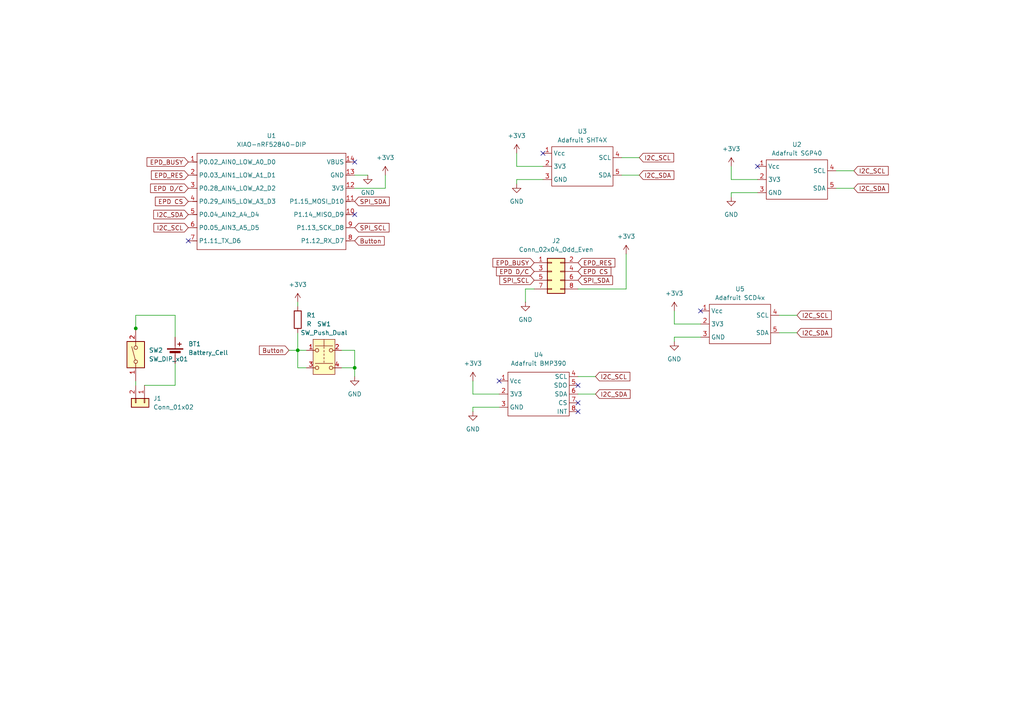
<source format=kicad_sch>
(kicad_sch (version 20231120) (generator "eeschema") (generator_version "8.0")
  (paper "A4")
  (lib_symbols
    (symbol "Adafruit_sht4x_1"
      (property "Reference" "U" (at 0 8.382 0))
      (property "Value" "Adafruit SHT4X" (at -0.254 6.604 0))
      (symbol "Adafruit_sht4x_1_1_1"
        (rectangle (start -8.89 5.715) (end 8.89 -5.715))
        (pin input line (at -11.43 3.81 0) (length 2.54) (name "Vcc") (number "1"))
        (pin bidirectional line (at -11.43 0 0) (length 2.54) (name "3V3") (number "2"))
        (pin input line (at -11.43 -3.81 0) (length 2.54) (name "GND") (number "3"))
        (pin input line (at 11.43 2.54 180) (length 2.54) (name "SCL") (number "4"))
        (pin input line (at 11.43 -2.54 180) (length 2.54) (name "SDA") (number "5"))
      )
    )
    (symbol "Connector_Generic:Conn_01x02" (pin_names (offset 1.016) hide)
      (property "Reference" "J" (at 0 2.54 0))
      (property "Value" "Conn_01x02" (at 0 -5.08 0))
      (symbol "Conn_01x02_1_1"
        (rectangle (start -1.27 -2.413) (end 0 -2.667) (stroke (width 0.1524)))
        (rectangle (start -1.27 0.127) (end 0 -0.127) (stroke (width 0.1524)))
        (rectangle (start -1.27 1.27) (end 1.27 -3.81) (stroke (width 0.254)) (fill (type background)))
        (pin passive line (at -5.08 0 0) (length 3.81) (name "Pin_1") (number "1"))
        (pin passive line (at -5.08 -2.54 0) (length 3.81) (name "Pin_2") (number "2"))
      )
    )
    (symbol "Connector_Generic:Conn_02x04_Odd_Even" (pin_names (offset 1.016) hide)
      (property "Reference" "J" (at 1.27 5.08 0))
      (property "Value" "Conn_02x04_Odd_Even" (at 1.27 -7.62 0))
      (symbol "Conn_02x04_Odd_Even_1_1"
        (rectangle (start -1.27 -4.953) (end 0 -5.207) (stroke (width 0.1524)))
        (rectangle (start -1.27 -2.413) (end 0 -2.667) (stroke (width 0.1524)))
        (rectangle (start -1.27 0.127) (end 0 -0.127) (stroke (width 0.1524)))
        (rectangle (start -1.27 2.667) (end 0 2.413) (stroke (width 0.1524)))
        (rectangle (start -1.27 3.81) (end 3.81 -6.35) (stroke (width 0.254)) (fill (type background)))
        (rectangle (start 3.81 -4.953) (end 2.54 -5.207) (stroke (width 0.1524)))
        (rectangle (start 3.81 -2.413) (end 2.54 -2.667) (stroke (width 0.1524)))
        (rectangle (start 3.81 0.127) (end 2.54 -0.127) (stroke (width 0.1524)))
        (rectangle (start 3.81 2.667) (end 2.54 2.413) (stroke (width 0.1524)))
        (pin passive line (at -5.08 2.54 0) (length 3.81) (name "Pin_1") (number "1"))
        (pin passive line (at 7.62 2.54 180) (length 3.81) (name "Pin_2") (number "2"))
        (pin passive line (at -5.08 0 0) (length 3.81) (name "Pin_3") (number "3"))
        (pin passive line (at 7.62 0 180) (length 3.81) (name "Pin_4") (number "4"))
        (pin passive line (at -5.08 -2.54 0) (length 3.81) (name "Pin_5") (number "5"))
        (pin passive line (at 7.62 -2.54 180) (length 3.81) (name "Pin_6") (number "6"))
        (pin passive line (at -5.08 -5.08 0) (length 3.81) (name "Pin_7") (number "7"))
        (pin passive line (at 7.62 -5.08 180) (length 3.81) (name "Pin_8") (number "8"))
      )
    )
    (symbol "Device:Battery_Cell" (pin_numbers hide) (pin_names (offset 0) hide)
      (property "Reference" "BT" (at 2.54 2.54 0))
      (property "Value" "Battery_Cell" (at 2.54 0 0))
      (symbol "Battery_Cell_0_1"
        (rectangle (start -2.286 1.778) (end 2.286 1.524) (fill (type outline)))
        (rectangle (start -1.524 1.016) (end 1.524 0.508) (fill (type outline)))
        (polyline (pts (xy 0 0.762) (xy 0 0)))
        (polyline (pts (xy 0 1.778) (xy 0 2.54)))
        (polyline (pts (xy 0.762 3.048) (xy 1.778 3.048)) (stroke (width 0.254)))
        (polyline (pts (xy 1.27 3.556) (xy 1.27 2.54)) (stroke (width 0.254)))
      )
      (symbol "Battery_Cell_1_1"
        (pin passive line (at 0 5.08 270) (length 2.54) (name "+") (number "1"))
        (pin passive line (at 0 -2.54 90) (length 2.54) (name "-") (number "2"))
      )
    )
    (symbol "Device:R" (pin_numbers hide) (pin_names (offset 0))
      (property "Reference" "R" (at 2.032 0 90))
      (property "Value" "R" (at 0 0 90))
      (symbol "R_0_1"
        (rectangle (start -1.016 -2.54) (end 1.016 2.54) (stroke (width 0.254)))
      )
      (symbol "R_1_1"
        (pin passive line (at 0 3.81 270) (length 1.27) (name "~") (number "1"))
        (pin passive line (at 0 -3.81 90) (length 1.27) (name "~") (number "2"))
      )
    )
    (symbol "Seeed_Studio_XIAO_Series:XIAO-nRF52840-DIP"
      (property "Reference" "U" (at -3.048 1.778 0))
      (property "Value" "XIAO-nRF52840-DIP" (at 3.048 -0.254 0))
      (symbol "XIAO-nRF52840-DIP_1_0"
        (polyline (pts (xy -3.81 -29.21) (xy -3.81 -15.24)) (stroke (width 0.1524)))
        (polyline (pts (xy -3.81 -26.67) (xy -5.08 -26.67)) (stroke (width 0.1524)))
        (polyline (pts (xy -3.81 -22.86) (xy -5.08 -22.86)) (stroke (width 0.1524)))
        (polyline (pts (xy -3.81 -19.05) (xy -5.08 -19.05)) (stroke (width 0.1524)))
        (polyline (pts (xy -3.81 -15.24) (xy -5.08 -15.24)) (stroke (width 0.1524)))
        (polyline (pts (xy -3.81 -15.24) (xy -3.81 -11.43)) (stroke (width 0.1524)))
        (polyline (pts (xy -3.81 -11.43) (xy -5.08 -11.43)) (stroke (width 0.1524)))
        (polyline (pts (xy -3.81 -11.43) (xy -3.81 -7.62)) (stroke (width 0.1524)))
        (polyline (pts (xy -3.81 -7.62) (xy -5.08 -7.62)) (stroke (width 0.1524)))
        (polyline (pts (xy -3.81 -7.62) (xy -3.81 -3.81)) (stroke (width 0.1524)))
        (polyline (pts (xy -3.81 -3.81) (xy -5.08 -3.81)) (stroke (width 0.1524)))
        (polyline (pts (xy -3.81 -3.81) (xy -3.81 -1.27)) (stroke (width 0.1524)))
        (polyline (pts (xy -3.81 -1.27) (xy 39.37 -1.27)) (stroke (width 0.1524)))
        (polyline (pts (xy 39.37 -29.21) (xy -3.81 -29.21)) (stroke (width 0.1524)))
        (polyline (pts (xy 39.37 -11.43) (xy 39.37 -29.21)) (stroke (width 0.1524)))
        (polyline (pts (xy 39.37 -7.62) (xy 39.37 -11.43)) (stroke (width 0.1524)))
        (polyline (pts (xy 39.37 -3.81) (xy 39.37 -7.62)) (stroke (width 0.1524)))
        (polyline (pts (xy 39.37 -1.27) (xy 39.37 -3.81)) (stroke (width 0.1524)))
        (polyline (pts (xy 40.64 -26.67) (xy 39.37 -26.67)) (stroke (width 0.1524)))
        (polyline (pts (xy 40.64 -22.86) (xy 39.37 -22.86)) (stroke (width 0.1524)))
        (polyline (pts (xy 40.64 -19.05) (xy 39.37 -19.05)) (stroke (width 0.1524)))
        (polyline (pts (xy 40.64 -15.24) (xy 39.37 -15.24)) (stroke (width 0.1524)))
        (polyline (pts (xy 40.64 -11.43) (xy 39.37 -11.43)) (stroke (width 0.1524)))
        (polyline (pts (xy 40.64 -7.62) (xy 39.37 -7.62)) (stroke (width 0.1524)))
        (polyline (pts (xy 40.64 -3.81) (xy 39.37 -3.81)) (stroke (width 0.1524)))
        (pin passive line (at -6.35 -3.81 0) (length 2.54) (name "P0.02_AIN0_LOW_A0_D0") (number "1"))
        (pin passive line (at 41.91 -19.05 180) (length 2.54) (name "P1.14_MISO_D9") (number "10"))
        (pin passive line (at 41.91 -15.24 180) (length 2.54) (name "P1.15_MOSI_D10") (number "11"))
        (pin passive line (at 41.91 -11.43 180) (length 2.54) (name "3V3") (number "12"))
        (pin passive line (at 41.91 -7.62 180) (length 2.54) (name "GND") (number "13"))
        (pin passive line (at 41.91 -3.81 180) (length 2.54) (name "VBUS") (number "14"))
        (pin passive line (at -6.35 -7.62 0) (length 2.54) (name "P0.03_AIN1_LOW_A1_D1") (number "2"))
        (pin passive line (at -6.35 -11.43 0) (length 2.54) (name "P0.28_AIN4_LOW_A2_D2") (number "3"))
        (pin passive line (at -6.35 -15.24 0) (length 2.54) (name "P0.29_AIN5_LOW_A3_D3") (number "4"))
        (pin passive line (at -6.35 -19.05 0) (length 2.54) (name "P0.04_AIN2_A4_D4") (number "5"))
        (pin passive line (at -6.35 -22.86 0) (length 2.54) (name "P0.05_AIN3_A5_D5") (number "6"))
        (pin passive line (at -6.35 -26.67 0) (length 2.54) (name "P1.11_TX_D6") (number "7"))
        (pin passive line (at 41.91 -26.67 180) (length 2.54) (name "P1.12_RX_D7") (number "8"))
        (pin passive line (at 41.91 -22.86 180) (length 2.54) (name "P1.13_SCK_D8") (number "9"))
      )
    )
    (symbol "Switch:SW_DIP_x01" (pin_names (offset 0) hide)
      (property "Reference" "SW" (at 0 3.81 0))
      (property "Value" "SW_DIP_x01" (at 0 -3.81 0))
      (symbol "SW_DIP_x01_0_0"
        (circle (center -2.032 0) (radius 0.508))
        (polyline (pts (xy -1.524 0.127) (xy 2.3622 1.1684)))
        (circle (center 2.032 0) (radius 0.508))
      )
      (symbol "SW_DIP_x01_0_1"
        (rectangle (start -3.81 2.54) (end 3.81 -2.54) (stroke (width 0.254)) (fill (type background)))
      )
      (symbol "SW_DIP_x01_1_1"
        (pin passive line (at -7.62 0 0) (length 5.08) (name "~") (number "1"))
        (pin passive line (at 7.62 0 180) (length 5.08) (name "~") (number "2"))
      )
    )
    (symbol "Switch:SW_Push_Dual" (pin_names (offset 1.016) hide)
      (property "Reference" "SW" (at 0 7.62 0))
      (property "Value" "SW_Push_Dual" (at 0 -6.35 0))
      (symbol "SW_Push_Dual_0_1"
        (circle (center -2.032 -2.54) (radius 0.508))
        (circle (center -2.032 2.54) (radius 0.508))
        (polyline (pts (xy 0 -0.508) (xy 0 -1.016)))
        (polyline (pts (xy 0 0.508) (xy 0 0)))
        (polyline (pts (xy 0 1.016) (xy 0 1.524)))
        (polyline (pts (xy 0 2.032) (xy 0 2.54)))
        (polyline (pts (xy 0 3.048) (xy 0 3.556)))
        (polyline (pts (xy 0 3.81) (xy 0 5.588)))
        (polyline (pts (xy 2.54 -1.27) (xy -2.54 -1.27)))
        (polyline (pts (xy 2.54 3.81) (xy -2.54 3.81)))
        (circle (center 2.032 -2.54) (radius 0.508))
        (circle (center 2.032 2.54) (radius 0.508))
        (pin passive line (at -5.08 2.54 0) (length 2.54) (name "1") (number "1"))
        (pin passive line (at 5.08 2.54 180) (length 2.54) (name "2") (number "2"))
        (pin passive line (at -5.08 -2.54 0) (length 2.54) (name "3") (number "3"))
        (pin passive line (at 5.08 -2.54 180) (length 2.54) (name "4") (number "4"))
      )
      (symbol "SW_Push_Dual_1_1"
        (rectangle (start -3.175 5.715) (end 3.175 -4.445) (fill (type background)))
      )
    )
    (symbol "adafruit_bmp390:Adafruit_bmp390"
      (property "Reference" "U" (at 0 8.89 0))
      (property "Value" "Adafruit BMP390" (at 0 7.366 0))
      (symbol "Adafruit_bmp390_1_1"
        (rectangle (start -8.89 6.35) (end 8.89 -6.35))
        (pin input line (at -11.43 3.81 0) (length 2.54) (name "Vcc") (number "1"))
        (pin bidirectional line (at -11.43 0 0) (length 2.54) (name "3V3") (number "2"))
        (pin input line (at -11.43 -3.81 0) (length 2.54) (name "GND") (number "3"))
        (pin input line (at 11.43 5.08 180) (length 2.54) (name "SCL") (number "4"))
        (pin input line (at 11.43 2.54 180) (length 2.54) (name "SDO") (number "5"))
        (pin input line (at 11.43 0 180) (length 2.54) (name "SDA") (number "6"))
        (pin input line (at 11.43 -2.54 180) (length 2.54) (name "CS") (number "7"))
        (pin input line (at 11.43 -5.08 180) (length 2.54) (name "INT") (number "8"))
      )
    )
    (symbol "adafruit_scd4x:Adafruit_scd4x"
      (property "Reference" "U" (at 0 8.128 0))
      (property "Value" "Adafruit SCD4x" (at 0 6.604 0))
      (symbol "Adafruit_scd4x_1_1"
        (rectangle (start -8.89 5.715) (end 8.89 -5.715))
        (pin input line (at -11.43 3.81 0) (length 2.54) (name "Vcc") (number "1"))
        (pin bidirectional line (at -11.43 0 0) (length 2.54) (name "3V3") (number "2"))
        (pin input line (at -11.43 -3.81 0) (length 2.54) (name "GND") (number "3"))
        (pin input line (at 11.43 2.54 180) (length 2.54) (name "SCL") (number "4"))
        (pin input line (at 11.43 -2.54 180) (length 2.54) (name "SDA") (number "5"))
      )
    )
    (symbol "adafruit_sgp40:Adafruit_sgp40"
      (property "Reference" "U" (at 0 8.382 0))
      (property "Value" "Adafruit SGP40" (at 0 6.604 0))
      (symbol "Adafruit_sgp40_1_1"
        (rectangle (start -8.89 5.715) (end 8.89 -5.715))
        (pin input line (at -11.43 3.81 0) (length 2.54) (name "Vcc") (number "1"))
        (pin bidirectional line (at -11.43 0 0) (length 2.54) (name "3V3") (number "2"))
        (pin input line (at -11.43 -3.81 0) (length 2.54) (name "GND") (number "3"))
        (pin input line (at 11.43 2.54 180) (length 2.54) (name "SCL") (number "4"))
        (pin input line (at 11.43 -2.54 180) (length 2.54) (name "SDA") (number "5"))
      )
    )
    (symbol "power:+3V3" (power) (pin_numbers hide) (pin_names (offset 0) hide)
      (property "Value" "+3V3" (at 0 3.556 0))
      (symbol "+3V3_0_1"
        (polyline (pts (xy -0.762 1.27) (xy 0 2.54)))
        (polyline (pts (xy 0 0) (xy 0 2.54)))
        (polyline (pts (xy 0 2.54) (xy 0.762 1.27)))
      )
      (symbol "+3V3_1_1"
        (pin power_in line (at 0 0 90) (length 0) (name "~") (number "1"))
      )
    )
    (symbol "power:GND" (power) (pin_numbers hide) (pin_names (offset 0) hide)
      (property "Value" "GND" (at 0 -3.81 0))
      (symbol "GND_0_1"
        (polyline (pts (xy 0 0) (xy 0 -1.27) (xy 1.27 -1.27) (xy 0 -2.54) (xy -1.27 -1.27) (xy 0 -1.27)))
      )
      (symbol "GND_1_1"
        (pin power_in line (at 0 0 270) (length 0) (name "~") (number "1"))
      )
    )
  )
  (junction (at 102.87 106.68))
  (junction (at 39.37 95.25))
  (junction (at 86.36 101.6))
  (no_connect (at 167.64 119.38))
  (no_connect (at 203.2 90.17))
  (no_connect (at 167.64 111.76))
  (no_connect (at 102.87 62.23))
  (no_connect (at 54.61 69.85))
  (no_connect (at 144.78 110.49))
  (no_connect (at 102.87 46.99))
  (no_connect (at 219.71 48.26))
  (no_connect (at 157.48 44.45))
  (no_connect (at 167.64 116.84))
  (wire (pts (xy 149.86 53.34) (xy 149.86 52.07)))
  (wire (pts (xy 212.09 48.26) (xy 212.09 52.07)))
  (wire (pts (xy 102.87 101.6) (xy 102.87 106.68)))
  (wire (pts (xy 102.87 54.61) (xy 111.76 54.61)))
  (wire (pts (xy 111.76 54.61) (xy 111.76 50.8)))
  (wire (pts (xy 137.16 110.49) (xy 137.16 114.3)))
  (wire (pts (xy 39.37 91.44) (xy 39.37 95.25)))
  (wire (pts (xy 167.64 109.22) (xy 172.72 109.22)))
  (wire (pts (xy 149.86 48.26) (xy 157.48 48.26)))
  (wire (pts (xy 86.36 96.52) (xy 86.36 101.6)))
  (wire (pts (xy 137.16 119.38) (xy 137.16 118.11)))
  (wire (pts (xy 195.58 90.17) (xy 195.58 93.98)))
  (wire (pts (xy 137.16 118.11) (xy 144.78 118.11)))
  (wire (pts (xy 99.06 101.6) (xy 102.87 101.6)))
  (wire (pts (xy 242.57 54.61) (xy 247.65 54.61)))
  (wire (pts (xy 226.06 91.44) (xy 231.14 91.44)))
  (wire (pts (xy 195.58 99.06) (xy 195.58 97.79)))
  (wire (pts (xy 195.58 93.98) (xy 203.2 93.98)))
  (wire (pts (xy 149.86 44.45) (xy 149.86 48.26)))
  (wire (pts (xy 212.09 52.07) (xy 219.71 52.07)))
  (wire (pts (xy 88.9 106.68) (xy 86.36 106.68)))
  (wire (pts (xy 181.61 73.66) (xy 181.61 83.82)))
  (wire (pts (xy 180.34 50.8) (xy 185.42 50.8)))
  (wire (pts (xy 195.58 97.79) (xy 203.2 97.79)))
  (wire (pts (xy 167.64 83.82) (xy 181.61 83.82)))
  (wire (pts (xy 39.37 91.44) (xy 50.8 91.44)))
  (wire (pts (xy 226.06 96.52) (xy 231.14 96.52)))
  (wire (pts (xy 50.8 111.76) (xy 50.8 105.41)))
  (wire (pts (xy 102.87 106.68) (xy 102.87 109.22)))
  (wire (pts (xy 180.34 45.72) (xy 185.42 45.72)))
  (wire (pts (xy 137.16 114.3) (xy 144.78 114.3)))
  (wire (pts (xy 86.36 106.68) (xy 86.36 101.6)))
  (wire (pts (xy 152.4 83.82) (xy 152.4 87.63)))
  (wire (pts (xy 154.94 83.82) (xy 152.4 83.82)))
  (wire (pts (xy 83.82 101.6) (xy 86.36 101.6)))
  (wire (pts (xy 39.37 96.52) (xy 39.37 95.25)))
  (wire (pts (xy 212.09 55.88) (xy 219.71 55.88)))
  (wire (pts (xy 242.57 49.53) (xy 247.65 49.53)))
  (wire (pts (xy 212.09 57.15) (xy 212.09 55.88)))
  (wire (pts (xy 102.87 50.8) (xy 106.68 50.8)))
  (wire (pts (xy 41.91 111.76) (xy 50.8 111.76)))
  (wire (pts (xy 39.37 110.49) (xy 39.37 111.76)))
  (wire (pts (xy 86.36 87.63) (xy 86.36 88.9)))
  (wire (pts (xy 50.8 91.44) (xy 50.8 97.79)))
  (wire (pts (xy 86.36 101.6) (xy 88.9 101.6)))
  (wire (pts (xy 167.64 114.3) (xy 172.72 114.3)))
  (wire (pts (xy 99.06 106.68) (xy 102.87 106.68)))
  (wire (pts (xy 149.86 52.07) (xy 157.48 52.07)))
  (global_label "EPD D{slash}C" (shape input) (at 54.61 54.61 180) (property "Intersheetrefs" "${INTERSHEET_REFS}" (effects (hide yes))))
  (global_label "I2C_SDA" (shape input) (at 231.14 96.52 0) (property "Intersheetrefs" "${INTERSHEET_REFS}" (effects (hide yes))))
  (global_label "SPI_SDA" (shape input) (at 102.87 58.42 0) (property "Intersheetrefs" "${INTERSHEET_REFS}" (effects (hide yes))))
  (global_label "I2C_SDA" (shape input) (at 172.72 114.3 0) (property "Intersheetrefs" "${INTERSHEET_REFS}" (effects (hide yes))))
  (global_label "SPI_SCL" (shape input) (at 102.87 66.04 0) (property "Intersheetrefs" "${INTERSHEET_REFS}" (effects (hide yes))))
  (global_label "I2C_SDA" (shape input) (at 185.42 50.8 0) (property "Intersheetrefs" "${INTERSHEET_REFS}" (effects (hide yes))))
  (global_label "EPD_RES" (shape input) (at 54.61 50.8 180) (property "Intersheetrefs" "${INTERSHEET_REFS}" (effects (hide yes))))
  (global_label "EPD_BUSY" (shape input) (at 54.61 46.99 180) (property "Intersheetrefs" "${INTERSHEET_REFS}" (effects (hide yes))))
  (global_label "EPD_RES" (shape input) (at 167.64 76.2 0) (property "Intersheetrefs" "${INTERSHEET_REFS}" (effects (hide yes))))
  (global_label "Button" (shape input) (at 83.82 101.6 180) (property "Intersheetrefs" "${INTERSHEET_REFS}" (effects (hide yes))))
  (global_label "Button" (shape input) (at 102.87 69.85 0) (property "Intersheetrefs" "${INTERSHEET_REFS}" (effects (hide yes))))
  (global_label "I2C_SCL" (shape input) (at 231.14 91.44 0) (property "Intersheetrefs" "${INTERSHEET_REFS}" (effects (hide yes))))
  (global_label "I2C_SDA" (shape input) (at 247.65 54.61 0) (property "Intersheetrefs" "${INTERSHEET_REFS}" (effects (hide yes))))
  (global_label "I2C_SCL" (shape input) (at 172.72 109.22 0) (property "Intersheetrefs" "${INTERSHEET_REFS}" (effects (hide yes))))
  (global_label "EPD CS" (shape input) (at 167.64 78.74 0) (property "Intersheetrefs" "${INTERSHEET_REFS}" (effects (hide yes))))
  (global_label "EPD D{slash}C" (shape input) (at 154.94 78.74 180) (property "Intersheetrefs" "${INTERSHEET_REFS}" (effects (hide yes))))
  (global_label "I2C_SCL" (shape input) (at 247.65 49.53 0) (property "Intersheetrefs" "${INTERSHEET_REFS}" (effects (hide yes))))
  (global_label "EPD_BUSY" (shape input) (at 154.94 76.2 180) (property "Intersheetrefs" "${INTERSHEET_REFS}" (effects (hide yes))))
  (global_label "EPD CS" (shape input) (at 54.61 58.42 180) (property "Intersheetrefs" "${INTERSHEET_REFS}" (effects (hide yes))))
  (global_label "I2C_SCL" (shape input) (at 185.42 45.72 0) (property "Intersheetrefs" "${INTERSHEET_REFS}" (effects (hide yes))))
  (global_label "SPI_SDA" (shape input) (at 167.64 81.28 0) (property "Intersheetrefs" "${INTERSHEET_REFS}" (effects (hide yes))))
  (global_label "I2C_SDA" (shape input) (at 54.61 62.23 180) (property "Intersheetrefs" "${INTERSHEET_REFS}" (effects (hide yes))))
  (global_label "SPI_SCL" (shape input) (at 154.94 81.28 180) (property "Intersheetrefs" "${INTERSHEET_REFS}" (effects (hide yes))))
  (global_label "I2C_SCL" (shape input) (at 54.61 66.04 180) (property "Intersheetrefs" "${INTERSHEET_REFS}" (effects (hide yes))))
  (symbol (lib_id "power:+3V3") (at 137.16 110.49 0) (unit 1)
    (property "Reference" "#PWR04" (effects (hide yes)))
    (property "Value" "+3V3" (at 137.16 105.41 0))
    (property "Description" "Power symbol creates a global label with name \"+3V3\"" (effects (hide yes)))
  )
  (symbol (lib_id "power:+3V3") (at 111.76 50.8 0) (unit 1)
    (property "Reference" "#PWR01" (effects (hide yes)))
    (property "Value" "+3V3" (at 111.76 45.72 0))
    (property "Description" "Power symbol creates a global label with name \"+3V3\"" (effects (hide yes)))
  )
  (symbol (lib_id "power:+3V3") (at 212.09 48.26 0) (unit 1)
    (property "Reference" "#PWR03" (effects (hide yes)))
    (property "Value" "+3V3" (at 212.09 43.18 0))
    (property "Description" "Power symbol creates a global label with name \"+3V3\"" (effects (hide yes)))
  )
  (symbol (lib_id "Connector_Generic:Conn_01x02") (at 41.91 116.84 270) (unit 1)
    (property "Reference" "J1" (at 44.45 115.5699 90) (effects (justify left)))
    (property "Value" "Conn_01x02" (at 44.45 118.1099 90) (effects (justify left)))
    (property "Footprint" "Connector_JST:JST_XH_B2B-XH-A_1x02_P2.50mm_Vertical" (effects (hide yes)))
    (property "Description" "Generic connector, single row, 01x02, script generated (kicad-library-utils/schlib/autogen/connector/)" (effects (hide yes)))
  )
  (symbol (lib_id "power:+3V3") (at 195.58 90.17 0) (unit 1)
    (property "Reference" "#PWR05" (effects (hide yes)))
    (property "Value" "+3V3" (at 195.58 85.09 0))
    (property "Description" "Power symbol creates a global label with name \"+3V3\"" (effects (hide yes)))
  )
  (symbol (lib_id "adafruit_scd4x:Adafruit_scd4x") (at 214.63 93.98 0) (unit 1)
    (property "Reference" "U5" (at 214.63 83.82 0))
    (property "Value" "Adafruit SCD4x" (at 214.63 86.36 0))
    (property "Footprint" "adafruit_scd4x:adafruit_scd4x" (effects (hide yes)))
  )
  (symbol (lib_id "Switch:SW_Push_Dual") (at 93.98 104.14 0) (unit 1)
    (property "Reference" "SW1" (at 93.98 93.98 0))
    (property "Value" "SW_Push_Dual" (at 93.98 96.52 0))
    (property "Footprint" "Button_Switch_THT:SW_PUSH-12mm" (effects (hide yes)))
    (property "Description" "Push button switch, generic, symbol, four pins" (effects (hide yes)))
  )
  (symbol (lib_id "power:GND") (at 137.16 119.38 0) (unit 1)
    (property "Reference" "#PWR09" (effects (hide yes)))
    (property "Value" "GND" (at 137.16 124.46 0))
    (property "Description" "Power symbol creates a global label with name \"GND\" , ground" (effects (hide yes)))
  )
  (symbol (lib_id "adafruit_bmp390:Adafruit_bmp390") (at 156.21 114.3 0) (unit 1)
    (property "Reference" "U4" (at 156.21 102.87 0))
    (property "Value" "Adafruit BMP390" (at 156.21 105.41 0))
    (property "Footprint" "adafruit_bmp390:adafruit_bmp390" (effects (hide yes)))
  )
  (symbol (lib_id "Device:R") (at 86.36 92.71 0) (unit 1)
    (property "Reference" "R1" (at 88.9 91.4399 0) (effects (justify left)))
    (property "Value" "R" (at 88.9 93.9799 0) (effects (justify left)))
    (property "Footprint" "Resistor_THT:R_Axial_DIN0207_L6.3mm_D2.5mm_P10.16mm_Horizontal" (effects (hide yes)))
    (property "Description" "Resistor" (effects (hide yes)))
  )
  (symbol (lib_id "power:GND") (at 106.68 50.8 0) (unit 1)
    (property "Reference" "#PWR06" (effects (hide yes)))
    (property "Value" "GND" (at 106.68 55.88 0))
    (property "Description" "Power symbol creates a global label with name \"GND\" , ground" (effects (hide yes)))
  )
  (symbol (lib_name "Adafruit_sht4x_1") (lib_id "adafruit_sht4x:Adafruit_sht4x") (at 168.91 48.26 0) (unit 1)
    (property "Reference" "U3" (at 168.91 38.1 0))
    (property "Value" "Adafruit SHT4X" (at 168.91 40.64 0))
    (property "Footprint" "adafruit_sht4x:adafruit_sht4x" (effects (hide yes)))
  )
  (symbol (lib_id "power:+3V3") (at 181.61 73.66 0) (unit 1)
    (property "Reference" "#PWR012" (effects (hide yes)))
    (property "Value" "+3V3" (at 181.61 68.58 0))
    (property "Description" "Power symbol creates a global label with name \"+3V3\"" (effects (hide yes)))
  )
  (symbol (lib_id "Seeed_Studio_XIAO_Series:XIAO-nRF52840-DIP") (at 60.96 43.18 0) (unit 1)
    (property "Reference" "U1" (at 78.74 39.37 0))
    (property "Value" "XIAO-nRF52840-DIP" (at 78.74 41.91 0))
    (property "Footprint" "seeed_xiao_nrf52:XIAO-nRF52840-DIP2" (effects (hide yes)))
  )
  (symbol (lib_id "Switch:SW_DIP_x01") (at 39.37 102.87 90) (unit 1)
    (property "Reference" "SW2" (at 43.18 101.5999 90) (effects (justify right)))
    (property "Value" "SW_DIP_x01" (at 43.18 104.1399 90) (effects (justify right)))
    (property "Footprint" "Button_Switch_THT:SW_DIP_SPSTx01_Slide_9.78x4.72mm_W7.62mm_P2.54mm" (effects (hide yes)))
    (property "Description" "1x DIP Switch, Single Pole Single Throw (SPST) switch, small symbol" (effects (hide yes)))
  )
  (symbol (lib_id "power:GND") (at 212.09 57.15 0) (unit 1)
    (property "Reference" "#PWR08" (effects (hide yes)))
    (property "Value" "GND" (at 212.09 62.23 0))
    (property "Description" "Power symbol creates a global label with name \"GND\" , ground" (effects (hide yes)))
  )
  (symbol (lib_id "Device:Battery_Cell") (at 50.8 102.87 0) (unit 1)
    (property "Reference" "BT1" (at 54.61 99.7584 0) (effects (justify left)))
    (property "Value" "Battery_Cell" (at 54.61 102.2984 0) (effects (justify left)))
    (property "Footprint" "18650_socket:18650_socket" (effects (hide yes)))
    (property "Description" "Single-cell battery" (effects (hide yes)))
  )
  (symbol (lib_id "power:GND") (at 152.4 87.63 0) (unit 1)
    (property "Reference" "#PWR013" (effects (hide yes)))
    (property "Value" "GND" (at 152.4 92.71 0))
    (property "Description" "Power symbol creates a global label with name \"GND\" , ground" (effects (hide yes)))
  )
  (symbol (lib_id "power:+3V3") (at 149.86 44.45 0) (unit 1)
    (property "Reference" "#PWR02" (effects (hide yes)))
    (property "Value" "+3V3" (at 149.86 39.37 0))
    (property "Description" "Power symbol creates a global label with name \"+3V3\"" (effects (hide yes)))
  )
  (symbol (lib_id "power:GND") (at 195.58 99.06 0) (unit 1)
    (property "Reference" "#PWR010" (effects (hide yes)))
    (property "Value" "GND" (at 195.58 104.14 0))
    (property "Description" "Power symbol creates a global label with name \"GND\" , ground" (effects (hide yes)))
  )
  (symbol (lib_id "Connector_Generic:Conn_02x04_Odd_Even") (at 160.02 78.74 0) (unit 1)
    (property "Reference" "J2" (at 161.29 69.85 0))
    (property "Value" "Conn_02x04_Odd_Even" (at 161.29 72.39 0))
    (property "Footprint" "Connector_PinSocket_2.54mm:PinSocket_2x04_P2.54mm_Vertical" (effects (hide yes)))
    (property "Description" "Generic connector, double row, 02x04, odd/even pin numbering scheme (row 1 odd numbers, row 2 even numbers), script generated (kicad-library-utils/schlib/autogen/connector/)" (effects (hide yes)))
  )
  (symbol (lib_id "power:GND") (at 102.87 109.22 0) (unit 1)
    (property "Reference" "#PWR011" (effects (hide yes)))
    (property "Value" "GND" (at 102.87 114.3 0))
    (property "Description" "Power symbol creates a global label with name \"GND\" , ground" (effects (hide yes)))
  )
  (symbol (lib_id "power:+3V3") (at 86.36 87.63 0) (unit 1)
    (property "Reference" "#PWR014" (effects (hide yes)))
    (property "Value" "+3V3" (at 86.36 82.55 0))
    (property "Description" "Power symbol creates a global label with name \"+3V3\"" (effects (hide yes)))
  )
  (symbol (lib_id "power:GND") (at 149.86 53.34 0) (unit 1)
    (property "Reference" "#PWR07" (effects (hide yes)))
    (property "Value" "GND" (at 149.86 58.42 0))
    (property "Description" "Power symbol creates a global label with name \"GND\" , ground" (effects (hide yes)))
  )
  (symbol (lib_id "adafruit_sgp40:Adafruit_sgp40") (at 231.14 52.07 0) (unit 1)
    (property "Reference" "U2" (at 231.14 41.91 0))
    (property "Value" "Adafruit SGP40" (at 231.14 44.45 0))
    (property "Footprint" "adafruit_sgp40:adafruit_sgp40" (effects (hide yes)))
  )
)
</source>
